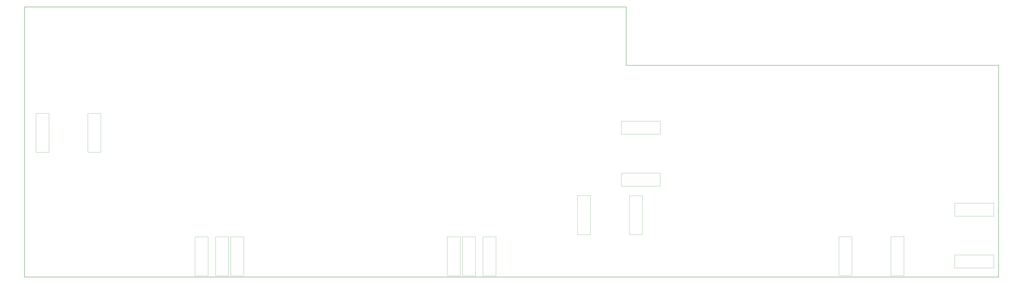
<source format=gbr>
%TF.GenerationSoftware,KiCad,Pcbnew,8.0.1*%
%TF.CreationDate,2024-06-21T10:07:37+10:00*%
%TF.ProjectId,A1200KBv2,41313230-304b-4427-9632-2e6b69636164,rev?*%
%TF.SameCoordinates,Original*%
%TF.FileFunction,Profile,NP*%
%FSLAX46Y46*%
G04 Gerber Fmt 4.6, Leading zero omitted, Abs format (unit mm)*
G04 Created by KiCad (PCBNEW 8.0.1) date 2024-06-21 10:07:37*
%MOMM*%
%LPD*%
G01*
G04 APERTURE LIST*
%TA.AperFunction,Profile*%
%ADD10C,0.150000*%
%TD*%
%TA.AperFunction,Profile*%
%ADD11C,0.050000*%
%TD*%
G04 APERTURE END LIST*
D10*
X300985200Y-23496400D02*
X300985200Y-50496400D01*
X22985200Y-148496400D02*
X472985200Y-148496400D01*
X22985200Y-23496400D02*
X22985200Y-148496400D01*
X300985200Y-50496400D02*
X472985200Y-50496400D01*
X472985200Y-50496400D02*
X472985200Y-148496400D01*
X22985200Y-23496400D02*
X300985200Y-23496400D01*
%TO.C,K32*%
D11*
X101758000Y-129866800D02*
X107758000Y-129866800D01*
X107758000Y-147866800D01*
X101758000Y-147866800D01*
X101758000Y-129866800D01*
X111258000Y-129866800D02*
X117258000Y-129866800D01*
X117258000Y-147866800D01*
X111258000Y-147866800D01*
X111258000Y-129866800D01*
X118258000Y-129866800D02*
X124258000Y-129866800D01*
X124258000Y-147866800D01*
X118258000Y-147866800D01*
X118258000Y-129866800D01*
X218258000Y-129866800D02*
X224258000Y-129866800D01*
X224258000Y-147866800D01*
X218258000Y-147866800D01*
X218258000Y-129866800D01*
X225258000Y-129866800D02*
X231258000Y-129866800D01*
X231258000Y-147866800D01*
X225258000Y-147866800D01*
X225258000Y-129866800D01*
X234758000Y-129866800D02*
X240758000Y-129866800D01*
X240758000Y-147866800D01*
X234758000Y-147866800D01*
X234758000Y-129866800D01*
%TO.C,K96*%
X452694000Y-120270400D02*
X470694000Y-120270400D01*
X470694000Y-114270400D01*
X452694000Y-114270400D01*
X452694000Y-120270400D01*
X452694000Y-144270400D02*
X470694000Y-144270400D01*
X470694000Y-138270400D01*
X452694000Y-138270400D01*
X452694000Y-144270400D01*
%TO.C,K83*%
X399196000Y-129768400D02*
X405196000Y-129768400D01*
X405196000Y-147768400D01*
X399196000Y-147768400D01*
X399196000Y-129768400D01*
X423196000Y-129768400D02*
X429196000Y-129768400D01*
X429196000Y-147768400D01*
X423196000Y-147768400D01*
X423196000Y-129768400D01*
%TO.C,K71*%
X298656000Y-76368800D02*
X316656000Y-76368800D01*
X316656000Y-82368800D01*
X298656000Y-82368800D01*
X298656000Y-76368800D01*
X298656000Y-100368800D02*
X316656000Y-100368800D01*
X316656000Y-106368800D01*
X298656000Y-106368800D01*
X298656000Y-100368800D01*
%TO.C,K66*%
X278432000Y-110816800D02*
X284432000Y-110816800D01*
X284432000Y-128816800D01*
X278432000Y-128816800D01*
X278432000Y-110816800D01*
X302432000Y-110816800D02*
X308432000Y-110816800D01*
X308432000Y-128816800D01*
X302432000Y-128816800D01*
X302432000Y-110816800D01*
%TO.C,K3*%
X28242000Y-72716800D02*
X34242000Y-72716800D01*
X34242000Y-90716800D01*
X28242000Y-90716800D01*
X28242000Y-72716800D01*
X52242000Y-72716800D02*
X58242000Y-72716800D01*
X58242000Y-90716800D01*
X52242000Y-90716800D01*
X52242000Y-72716800D01*
%TD*%
M02*

</source>
